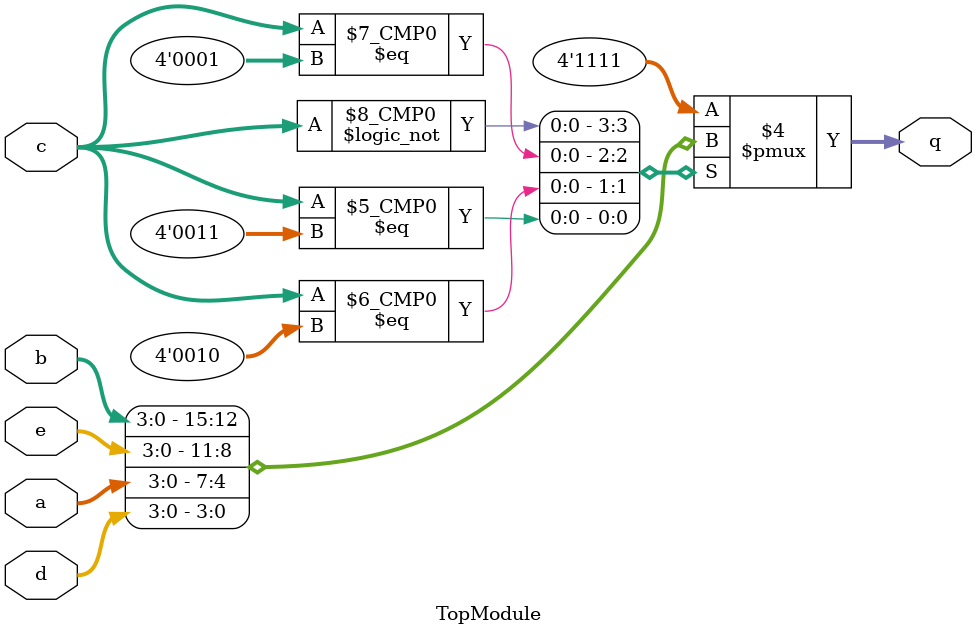
<source format=sv>

module TopModule(
    input [3:0] a,
    input [3:0] b,
    input [3:0] c,
    input [3:0] d,
    input [3:0] e,
    output reg [3:0] q
);

always @* begin
    case (c)
        4'b0000: q = b;
        4'b0001: q = e;
        4'b0010: q = a;
        4'b0011: q = d;
        4'b0100, 4'b0101, 4'b0110, 4'b0111, 4'b1000, 4'b1001, 4'b1010, 4'b1011, 4'b1100, 4'b1101: q = 4'b1111;
        default: q = 4'b1111;
    endcase
end

endmodule
</source>
